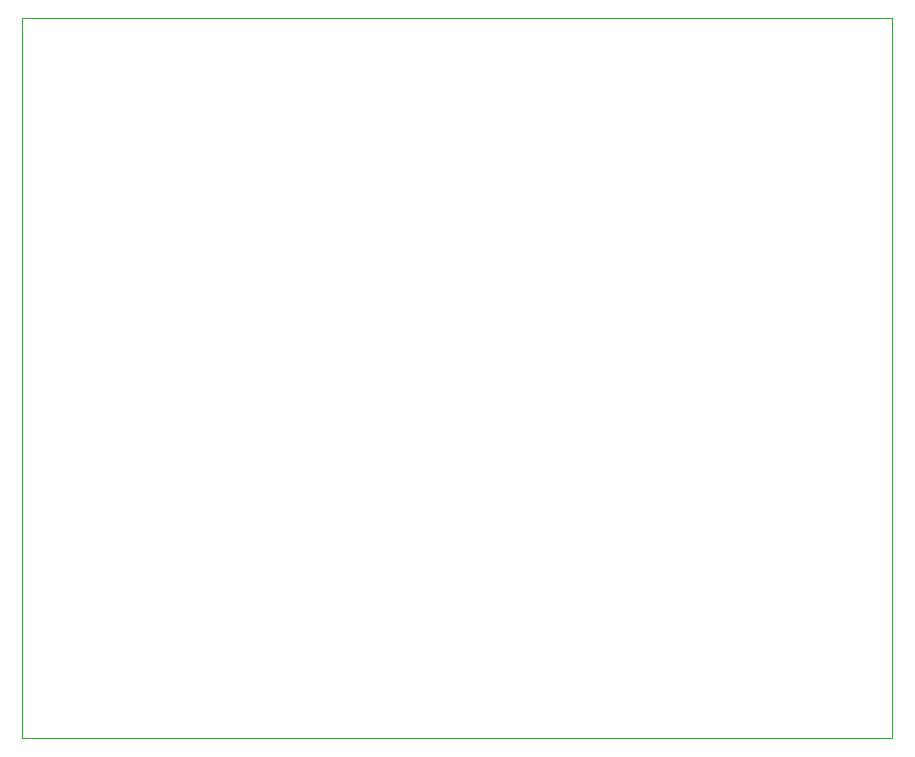
<source format=gbr>
%TF.GenerationSoftware,KiCad,Pcbnew,(7.0.0)*%
%TF.CreationDate,2023-03-24T11:42:49+01:00*%
%TF.ProjectId,PCH-1000JIG,5043482d-3130-4303-904a-49472e6b6963,rev?*%
%TF.SameCoordinates,Original*%
%TF.FileFunction,Profile,NP*%
%FSLAX46Y46*%
G04 Gerber Fmt 4.6, Leading zero omitted, Abs format (unit mm)*
G04 Created by KiCad (PCBNEW (7.0.0)) date 2023-03-24 11:42:49*
%MOMM*%
%LPD*%
G01*
G04 APERTURE LIST*
%TA.AperFunction,Profile*%
%ADD10C,0.100000*%
%TD*%
G04 APERTURE END LIST*
D10*
X20320000Y-13520000D02*
X93980000Y-13520000D01*
X93980000Y-13520000D02*
X93980000Y-74480000D01*
X93980000Y-74480000D02*
X20320000Y-74480000D01*
X20320000Y-74480000D02*
X20320000Y-13520000D01*
M02*

</source>
